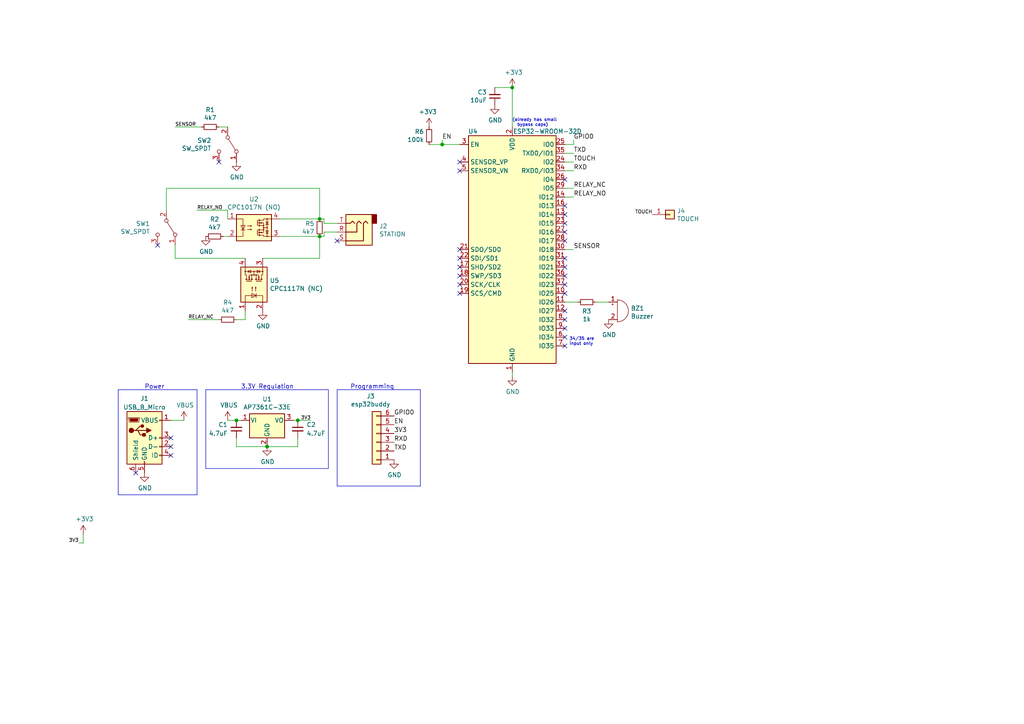
<source format=kicad_sch>
(kicad_sch (version 20230121) (generator eeschema)
  (paper "A4")
  (lib_symbols
    (symbol "Connector:USB_B_Micro" (pin_names (offset 1.016))
      (property "Reference" "J" (at -5.08 11.43 0))
      (property "Value" "USB_B_Micro" (at -5.08 8.89 0))
      (symbol "USB_B_Micro_0_1"
        (rectangle (start -5.08 -7.62) (end 5.08 7.62) (stroke (width 0.254)) (fill (type background)))
        (circle (center -3.81 2.159) (radius 0.635) (stroke (width 0.254)) (fill (type outline)))
        (circle (center -0.635 3.429) (radius 0.381) (stroke (width 0.254)) (fill (type outline)))
        (rectangle (start -0.127 -7.62) (end 0.127 -6.858))
        (polyline (pts (xy -1.905 2.159) (xy 0.635 2.159)) (stroke (width 0.254)))
        (polyline (pts (xy -3.175 2.159) (xy -2.54 2.159) (xy -1.27 3.429) (xy -0.635 3.429)) (stroke (width 0.254)))
        (polyline (pts (xy -2.54 2.159) (xy -1.905 2.159) (xy -1.27 0.889) (xy 0 0.889)) (stroke (width 0.254)))
        (polyline (pts (xy 0.635 2.794) (xy 0.635 1.524) (xy 1.905 2.159) (xy 0.635 2.794)) (stroke (width 0.254)) (fill (type outline)))
        (polyline (pts (xy -4.318 5.588) (xy -1.778 5.588) (xy -2.032 4.826) (xy -4.064 4.826) (xy -4.318 5.588)) (fill (type outline)))
        (polyline (pts (xy -4.699 5.842) (xy -4.699 5.588) (xy -4.445 4.826) (xy -4.445 4.572) (xy -1.651 4.572) (xy -1.651 4.826) (xy -1.397 5.588) (xy -1.397 5.842) (xy -4.699 5.842)))
        (rectangle (start 0.254 1.27) (end -0.508 0.508) (stroke (width 0.254)) (fill (type outline)))
        (rectangle (start 5.08 -5.207) (end 4.318 -4.953))
        (rectangle (start 5.08 -2.667) (end 4.318 -2.413))
        (rectangle (start 5.08 -0.127) (end 4.318 0.127))
        (rectangle (start 5.08 4.953) (end 4.318 5.207))
      )
      (symbol "USB_B_Micro_1_1"
        (pin power_out line (at 7.62 5.08 180) (length 2.54) (name "VBUS") (number "1"))
        (pin bidirectional line (at 7.62 -2.54 180) (length 2.54) (name "D-") (number "2"))
        (pin bidirectional line (at 7.62 0 180) (length 2.54) (name "D+") (number "3"))
        (pin passive line (at 7.62 -5.08 180) (length 2.54) (name "ID") (number "4"))
        (pin power_out line (at 0 -10.16 90) (length 2.54) (name "GND") (number "5"))
        (pin passive line (at -2.54 -10.16 90) (length 2.54) (name "Shield") (number "6"))
      )
    )
    (symbol "Connector_Audio:AudioJack3"
      (property "Reference" "J" (at 0 8.89 0))
      (property "Value" "AudioJack3" (at 0 6.35 0))
      (symbol "AudioJack3_0_1"
        (rectangle (start -5.08 -5.08) (end -6.35 -2.54) (stroke (width 0.254)) (fill (type outline)))
        (polyline (pts (xy 0 -2.54) (xy 0.635 -3.175) (xy 1.27 -2.54) (xy 2.54 -2.54)) (stroke (width 0.254)))
        (polyline (pts (xy -1.905 -2.54) (xy -1.27 -3.175) (xy -0.635 -2.54) (xy -0.635 0) (xy 2.54 0)) (stroke (width 0.254)))
        (polyline (pts (xy 2.54 2.54) (xy -2.54 2.54) (xy -2.54 -2.54) (xy -3.175 -3.175) (xy -3.81 -2.54)) (stroke (width 0.254)))
        (rectangle (start 2.54 3.81) (end -5.08 -5.08) (stroke (width 0.254)) (fill (type background)))
      )
      (symbol "AudioJack3_1_1"
        (pin passive line (at 5.08 0 180) (length 2.54) (name "~") (number "R"))
        (pin passive line (at 5.08 2.54 180) (length 2.54) (name "~") (number "S"))
        (pin passive line (at 5.08 -2.54 180) (length 2.54) (name "~") (number "T"))
      )
    )
    (symbol "Connector_Generic:Conn_01x01" (pin_names (offset 1.016) hide)
      (property "Reference" "J" (at 0 2.54 0))
      (property "Value" "Conn_01x01" (at 0 -2.54 0))
      (symbol "Conn_01x01_1_1"
        (rectangle (start -1.27 0.127) (end 0 -0.127) (stroke (width 0.1524)))
        (rectangle (start -1.27 1.27) (end 1.27 -1.27) (stroke (width 0.254)) (fill (type background)))
        (pin passive line (at -5.08 0 0) (length 3.81) (name "Pin_1") (number "1"))
      )
    )
    (symbol "Connector_Generic:Conn_01x06" (pin_names (offset 1.016) hide)
      (property "Reference" "J" (at 0 7.62 0))
      (property "Value" "Conn_01x06" (at 0 -10.16 0))
      (symbol "Conn_01x06_1_1"
        (rectangle (start -1.27 -7.493) (end 0 -7.747) (stroke (width 0.1524)))
        (rectangle (start -1.27 -4.953) (end 0 -5.207) (stroke (width 0.1524)))
        (rectangle (start -1.27 -2.413) (end 0 -2.667) (stroke (width 0.1524)))
        (rectangle (start -1.27 0.127) (end 0 -0.127) (stroke (width 0.1524)))
        (rectangle (start -1.27 2.667) (end 0 2.413) (stroke (width 0.1524)))
        (rectangle (start -1.27 5.207) (end 0 4.953) (stroke (width 0.1524)))
        (rectangle (start -1.27 6.35) (end 1.27 -8.89) (stroke (width 0.254)) (fill (type background)))
        (pin passive line (at -5.08 5.08 0) (length 3.81) (name "Pin_1") (number "1"))
        (pin passive line (at -5.08 2.54 0) (length 3.81) (name "Pin_2") (number "2"))
        (pin passive line (at -5.08 0 0) (length 3.81) (name "Pin_3") (number "3"))
        (pin passive line (at -5.08 -2.54 0) (length 3.81) (name "Pin_4") (number "4"))
        (pin passive line (at -5.08 -5.08 0) (length 3.81) (name "Pin_5") (number "5"))
        (pin passive line (at -5.08 -7.62 0) (length 3.81) (name "Pin_6") (number "6"))
      )
    )
    (symbol "Device:Buzzer" (pin_names (offset 0.0254) hide)
      (property "Reference" "BZ" (at 3.81 1.27 0))
      (property "Value" "Buzzer" (at 3.81 -1.27 0))
      (symbol "Buzzer_0_1"
        (arc (start 0 -3.175) (mid 3.1612 0) (end 0 3.175))
        (polyline (pts (xy -1.651 1.905) (xy -1.143 1.905)))
        (polyline (pts (xy -1.397 2.159) (xy -1.397 1.651)))
        (polyline (pts (xy 0 3.175) (xy 0 -3.175)))
      )
      (symbol "Buzzer_1_1"
        (pin passive line (at -2.54 2.54 0) (length 2.54) (name "-") (number "1"))
        (pin passive line (at -2.54 -2.54 0) (length 2.54) (name "+") (number "2"))
      )
    )
    (symbol "Device:C_Small" (pin_numbers hide) (pin_names (offset 0.254) hide)
      (property "Reference" "C" (at 0.254 1.778 0))
      (property "Value" "C_Small" (at 0.254 -2.032 0))
      (symbol "C_Small_0_1"
        (polyline (pts (xy -1.524 -0.508) (xy 1.524 -0.508)) (stroke (width 0.3302)))
        (polyline (pts (xy -1.524 0.508) (xy 1.524 0.508)) (stroke (width 0.3048)))
      )
      (symbol "C_Small_1_1"
        (pin passive line (at 0 2.54 270) (length 2.032) (name "~") (number "1"))
        (pin passive line (at 0 -2.54 90) (length 2.032) (name "~") (number "2"))
      )
    )
    (symbol "Device:R_Small" (pin_numbers hide) (pin_names (offset 0.254) hide)
      (property "Reference" "R" (at 0.762 0.508 0))
      (property "Value" "R_Small" (at 0.762 -1.016 0))
      (symbol "R_Small_0_1"
        (rectangle (start -0.762 1.778) (end 0.762 -1.778) (stroke (width 0.2032)))
      )
      (symbol "R_Small_1_1"
        (pin passive line (at 0 2.54 270) (length 0.762) (name "~") (number "1"))
        (pin passive line (at 0 -2.54 90) (length 0.762) (name "~") (number "2"))
      )
    )
    (symbol "RF_Module:ESP32-WROOM-32D"
      (property "Reference" "U" (at -12.7 34.29 0))
      (property "Value" "ESP32-WROOM-32D" (at 1.27 34.29 0))
      (symbol "ESP32-WROOM-32D_0_1"
        (rectangle (start -12.7 33.02) (end 12.7 -33.02) (stroke (width 0.254)) (fill (type background)))
      )
      (symbol "ESP32-WROOM-32D_1_1"
        (pin power_in line (at 0 -35.56 90) (length 2.54) (name "GND") (number "1"))
        (pin bidirectional line (at 15.24 -12.7 180) (length 2.54) (name "IO25") (number "10"))
        (pin bidirectional line (at 15.24 -15.24 180) (length 2.54) (name "IO26") (number "11"))
        (pin bidirectional line (at 15.24 -17.78 180) (length 2.54) (name "IO27") (number "12"))
        (pin bidirectional line (at 15.24 10.16 180) (length 2.54) (name "IO14") (number "13"))
        (pin bidirectional line (at 15.24 15.24 180) (length 2.54) (name "IO12") (number "14"))
        (pin passive line (at 0 -35.56 90) (length 2.54) hide (name "GND") (number "15"))
        (pin bidirectional line (at 15.24 12.7 180) (length 2.54) (name "IO13") (number "16"))
        (pin bidirectional line (at -15.24 -5.08 0) (length 2.54) (name "SHD/SD2") (number "17"))
        (pin bidirectional line (at -15.24 -7.62 0) (length 2.54) (name "SWP/SD3") (number "18"))
        (pin bidirectional line (at -15.24 -12.7 0) (length 2.54) (name "SCS/CMD") (number "19"))
        (pin power_in line (at 0 35.56 270) (length 2.54) (name "VDD") (number "2"))
        (pin bidirectional line (at -15.24 -10.16 0) (length 2.54) (name "SCK/CLK") (number "20"))
        (pin bidirectional line (at -15.24 0 0) (length 2.54) (name "SDO/SD0") (number "21"))
        (pin bidirectional line (at -15.24 -2.54 0) (length 2.54) (name "SDI/SD1") (number "22"))
        (pin bidirectional line (at 15.24 7.62 180) (length 2.54) (name "IO15") (number "23"))
        (pin bidirectional line (at 15.24 25.4 180) (length 2.54) (name "IO2") (number "24"))
        (pin bidirectional line (at 15.24 30.48 180) (length 2.54) (name "IO0") (number "25"))
        (pin bidirectional line (at 15.24 20.32 180) (length 2.54) (name "IO4") (number "26"))
        (pin bidirectional line (at 15.24 5.08 180) (length 2.54) (name "IO16") (number "27"))
        (pin bidirectional line (at 15.24 2.54 180) (length 2.54) (name "IO17") (number "28"))
        (pin bidirectional line (at 15.24 17.78 180) (length 2.54) (name "IO5") (number "29"))
        (pin input line (at -15.24 30.48 0) (length 2.54) (name "EN") (number "3"))
        (pin bidirectional line (at 15.24 0 180) (length 2.54) (name "IO18") (number "30"))
        (pin bidirectional line (at 15.24 -2.54 180) (length 2.54) (name "IO19") (number "31"))
        (pin no_connect line (at -12.7 -27.94 0) (length 2.54) hide (name "NC") (number "32"))
        (pin bidirectional line (at 15.24 -5.08 180) (length 2.54) (name "IO21") (number "33"))
        (pin bidirectional line (at 15.24 22.86 180) (length 2.54) (name "RXD0/IO3") (number "34"))
        (pin bidirectional line (at 15.24 27.94 180) (length 2.54) (name "TXD0/IO1") (number "35"))
        (pin bidirectional line (at 15.24 -7.62 180) (length 2.54) (name "IO22") (number "36"))
        (pin bidirectional line (at 15.24 -10.16 180) (length 2.54) (name "IO23") (number "37"))
        (pin passive line (at 0 -35.56 90) (length 2.54) hide (name "GND") (number "38"))
        (pin passive line (at 0 -35.56 90) (length 2.54) hide (name "GND") (number "39"))
        (pin input line (at -15.24 25.4 0) (length 2.54) (name "SENSOR_VP") (number "4"))
        (pin input line (at -15.24 22.86 0) (length 2.54) (name "SENSOR_VN") (number "5"))
        (pin input line (at 15.24 -25.4 180) (length 2.54) (name "IO34") (number "6"))
        (pin input line (at 15.24 -27.94 180) (length 2.54) (name "IO35") (number "7"))
        (pin bidirectional line (at 15.24 -20.32 180) (length 2.54) (name "IO32") (number "8"))
        (pin bidirectional line (at 15.24 -22.86 180) (length 2.54) (name "IO33") (number "9"))
      )
    )
    (symbol "Regulator_Linear:AP7361C-33E" (pin_names (offset 0.254))
      (property "Reference" "U" (at -3.81 3.175 0))
      (property "Value" "AP7361C-33E" (at 0 3.175 0))
      (symbol "AP7361C-33E_0_1"
        (rectangle (start -5.08 -5.08) (end 5.08 1.905) (stroke (width 0.254)) (fill (type background)))
      )
      (symbol "AP7361C-33E_1_1"
        (pin power_in line (at -7.62 0 0) (length 2.54) (name "VI") (number "1"))
        (pin power_in line (at 0 -7.62 90) (length 2.54) (name "GND") (number "2"))
        (pin power_out line (at 7.62 0 180) (length 2.54) (name "VO") (number "3"))
      )
    )
    (symbol "Relay_SolidState:CPC1017N"
      (property "Reference" "U" (at -5.08 5.08 0))
      (property "Value" "CPC1017N" (at 0 5.08 0))
      (symbol "CPC1017N_0_1"
        (rectangle (start -5.08 3.81) (end 5.08 -3.81) (stroke (width 0.254)) (fill (type background)))
        (polyline (pts (xy -3.81 -0.635) (xy -2.54 -0.635)))
        (polyline (pts (xy 1.016 -0.635) (xy 1.016 -2.159)) (stroke (width 0.2032)))
        (polyline (pts (xy 1.016 2.159) (xy 1.016 0.635)) (stroke (width 0.2032)))
        (polyline (pts (xy 1.524 -0.508) (xy 1.524 -0.762)) (stroke (width 0.3556)))
        (polyline (pts (xy 2.794 0) (xy 3.81 0)))
        (polyline (pts (xy 3.429 -1.651) (xy 4.191 -1.651)))
        (polyline (pts (xy 3.429 1.651) (xy 4.191 1.651)))
        (polyline (pts (xy 3.81 -2.54) (xy 3.81 2.54)))
        (polyline (pts (xy 1.524 -2.032) (xy 1.524 -2.286) (xy 1.524 -2.286)) (stroke (width 0.3556)))
        (polyline (pts (xy 1.524 -1.27) (xy 1.524 -1.524) (xy 1.524 -1.524)) (stroke (width 0.3556)))
        (polyline (pts (xy 1.524 0.762) (xy 1.524 0.508) (xy 1.524 0.508)) (stroke (width 0.3556)))
        (polyline (pts (xy 1.524 1.524) (xy 1.524 1.27) (xy 1.524 1.27)) (stroke (width 0.3556)))
        (polyline (pts (xy 1.524 2.286) (xy 1.524 2.032) (xy 1.524 2.032)) (stroke (width 0.3556)))
        (polyline (pts (xy 1.651 -1.397) (xy 2.794 -1.397) (xy 2.794 -0.635)))
        (polyline (pts (xy 1.651 1.397) (xy 2.794 1.397) (xy 2.794 0.635)))
        (polyline (pts (xy -5.08 2.54) (xy -3.175 2.54) (xy -3.175 -2.54) (xy -5.08 -2.54)))
        (polyline (pts (xy -3.175 -0.635) (xy -3.81 0.635) (xy -2.54 0.635) (xy -3.175 -0.635)))
        (polyline (pts (xy 1.651 -2.159) (xy 2.794 -2.159) (xy 2.794 -2.54) (xy 5.08 -2.54)))
        (polyline (pts (xy 1.651 -0.635) (xy 2.794 -0.635) (xy 2.794 0.635) (xy 1.651 0.635)))
        (polyline (pts (xy 1.651 2.159) (xy 2.794 2.159) (xy 2.794 2.54) (xy 5.08 2.54)))
        (polyline (pts (xy 1.778 -1.397) (xy 2.286 -1.27) (xy 2.286 -1.524) (xy 1.778 -1.397)))
        (polyline (pts (xy 1.778 1.397) (xy 2.286 1.524) (xy 2.286 1.27) (xy 1.778 1.397)))
        (polyline (pts (xy 3.81 -1.651) (xy 3.429 -0.889) (xy 4.191 -0.889) (xy 3.81 -1.651)))
        (polyline (pts (xy 3.81 1.651) (xy 3.429 0.889) (xy 4.191 0.889) (xy 3.81 1.651)))
        (polyline (pts (xy -1.905 -0.508) (xy -0.635 -0.508) (xy -1.016 -0.635) (xy -1.016 -0.381) (xy -0.635 -0.508)))
        (polyline (pts (xy -1.905 0.508) (xy -0.635 0.508) (xy -1.016 0.381) (xy -1.016 0.635) (xy -0.635 0.508)))
        (circle (center 2.794 -0.635) (radius 0.127))
        (circle (center 2.794 0) (radius 0.127))
        (circle (center 2.794 0.635) (radius 0.127))
        (circle (center 3.81 -2.54) (radius 0.127))
        (circle (center 3.81 0) (radius 0.127))
        (circle (center 3.81 2.54) (radius 0.127))
      )
      (symbol "CPC1017N_1_1"
        (pin passive line (at -7.62 2.54 0) (length 2.54) (name "~") (number "1"))
        (pin passive line (at -7.62 -2.54 0) (length 2.54) (name "~") (number "2"))
        (pin passive line (at 7.62 -2.54 180) (length 2.54) (name "~") (number "3"))
        (pin passive line (at 7.62 2.54 180) (length 2.54) (name "~") (number "4"))
      )
    )
    (symbol "Switch:SW_SPDT" (pin_names (offset 0) hide)
      (property "Reference" "SW" (at 0 4.318 0))
      (property "Value" "SW_SPDT" (at 0 -5.08 0))
      (symbol "SW_SPDT_0_0"
        (circle (center -2.032 0) (radius 0.508))
        (circle (center 2.032 -2.54) (radius 0.508))
      )
      (symbol "SW_SPDT_0_1"
        (polyline (pts (xy -1.524 0.254) (xy 1.651 2.286)))
        (circle (center 2.032 2.54) (radius 0.508))
      )
      (symbol "SW_SPDT_1_1"
        (pin passive line (at 5.08 2.54 180) (length 2.54) (name "A") (number "1"))
        (pin passive line (at -5.08 0 0) (length 2.54) (name "B") (number "2"))
        (pin passive line (at 5.08 -2.54 180) (length 2.54) (name "C") (number "3"))
      )
    )
    (symbol "power:+3V3" (power) (pin_names (offset 0))
      (property "Value" "+3V3" (at 0 3.556 0))
      (symbol "+3V3_0_1"
        (polyline (pts (xy -0.762 1.27) (xy 0 2.54)))
        (polyline (pts (xy 0 0) (xy 0 2.54)))
        (polyline (pts (xy 0 2.54) (xy 0.762 1.27)))
      )
      (symbol "+3V3_1_1"
        (pin power_in line (at 0 0 90) (length 0) hide (name "+3V3") (number "1"))
      )
    )
    (symbol "power:GND" (power) (pin_names (offset 0))
      (property "Value" "GND" (at 0 -3.81 0))
      (symbol "GND_0_1"
        (polyline (pts (xy 0 0) (xy 0 -1.27) (xy 1.27 -1.27) (xy 0 -2.54) (xy -1.27 -1.27) (xy 0 -1.27)))
      )
      (symbol "GND_1_1"
        (pin power_in line (at 0 0 270) (length 0) hide (name "GND") (number "1"))
      )
    )
    (symbol "power:VBUS" (power) (pin_names (offset 0))
      (property "Value" "VBUS" (at 0 3.81 0))
      (symbol "VBUS_0_1"
        (polyline (pts (xy -0.762 1.27) (xy 0 2.54)))
        (polyline (pts (xy 0 0) (xy 0 2.54)))
        (polyline (pts (xy 0 2.54) (xy 0.762 1.27)))
      )
      (symbol "VBUS_1_1"
        (pin power_in line (at 0 0 90) (length 0) hide (name "VBUS") (number "1"))
      )
    )
  )
  (junction (at 92.71 63.5))
  (junction (at 86.36 121.92))
  (junction (at 68.58 121.92))
  (junction (at 148.59 25.4))
  (junction (at 77.47 129.54))
  (junction (at 92.71 68.58))
  (junction (at 128.27 41.91))
  (no_connect (at 49.53 129.54))
  (no_connect (at 133.35 77.47))
  (no_connect (at 163.83 74.93))
  (no_connect (at 133.35 74.93))
  (no_connect (at 163.83 69.85))
  (no_connect (at 163.83 82.55))
  (no_connect (at 133.35 80.01))
  (no_connect (at 163.83 77.47))
  (no_connect (at 133.35 46.99))
  (no_connect (at 49.53 127))
  (no_connect (at 163.83 95.25))
  (no_connect (at 163.83 92.71))
  (no_connect (at 163.83 52.07))
  (no_connect (at 163.83 59.69))
  (no_connect (at 133.35 85.09))
  (no_connect (at 133.35 49.53))
  (no_connect (at 133.35 82.55))
  (no_connect (at 163.83 85.09))
  (no_connect (at 163.83 64.77))
  (no_connect (at 133.35 72.39))
  (no_connect (at 97.79 69.85))
  (no_connect (at 163.83 100.33))
  (no_connect (at 163.83 90.17))
  (no_connect (at 39.37 137.16))
  (no_connect (at 163.83 67.31))
  (no_connect (at 163.83 62.23))
  (no_connect (at 49.53 132.08))
  (no_connect (at 163.83 80.01))
  (no_connect (at 45.72 71.12))
  (no_connect (at 163.83 97.79))
  (no_connect (at 63.5 46.99))
  (wire (pts (xy 163.83 54.61) (xy 166.37 54.61)))
  (wire (pts (xy 163.83 72.39) (xy 166.37 72.39)))
  (wire (pts (xy 71.12 90.17) (xy 71.12 92.71)))
  (polyline (pts (xy 95.25 135.89) (xy 59.69 135.89)))
  (polyline (pts (xy 57.15 143.51) (xy 34.29 143.51)))
  (wire (pts (xy 128.27 41.91) (xy 133.35 41.91)))
  (wire (pts (xy 50.8 74.93) (xy 71.12 74.93)))
  (wire (pts (xy 68.58 127) (xy 68.58 129.54)))
  (wire (pts (xy 166.37 40.64) (xy 166.37 41.91)))
  (wire (pts (xy 24.13 157.48) (xy 24.13 154.94)))
  (wire (pts (xy 68.58 121.92) (xy 69.85 121.92)))
  (wire (pts (xy 93.98 64.77) (xy 93.98 63.5)))
  (wire (pts (xy 92.71 63.5) (xy 92.71 54.61)))
  (polyline (pts (xy 59.69 113.03) (xy 95.25 113.03)))
  (wire (pts (xy 93.98 68.58) (xy 92.71 68.58)))
  (polyline (pts (xy 121.92 113.03) (xy 97.79 113.03)))
  (wire (pts (xy 50.8 74.93) (xy 50.8 71.12)))
  (wire (pts (xy 86.36 121.92) (xy 90.17 121.92)))
  (wire (pts (xy 97.79 67.31) (xy 93.98 67.31)))
  (polyline (pts (xy 97.79 140.97) (xy 121.92 140.97)))
  (wire (pts (xy 71.12 92.71) (xy 68.58 92.71)))
  (wire (pts (xy 124.46 41.91) (xy 128.27 41.91)))
  (wire (pts (xy 86.36 129.54) (xy 77.47 129.54)))
  (wire (pts (xy 166.37 49.53) (xy 163.83 49.53)))
  (wire (pts (xy 66.04 63.5) (xy 66.04 60.96)))
  (wire (pts (xy 58.42 36.83) (xy 50.8 36.83)))
  (polyline (pts (xy 97.79 113.03) (xy 97.79 140.97)))
  (wire (pts (xy 66.04 121.92) (xy 68.58 121.92)))
  (wire (pts (xy 81.28 68.58) (xy 92.71 68.58)))
  (wire (pts (xy 93.98 64.77) (xy 97.79 64.77)))
  (wire (pts (xy 148.59 25.4) (xy 148.59 36.83)))
  (wire (pts (xy 163.83 44.45) (xy 166.37 44.45)))
  (polyline (pts (xy 34.29 143.51) (xy 34.29 113.03)))
  (wire (pts (xy 66.04 68.58) (xy 64.77 68.58)))
  (wire (pts (xy 148.59 107.95) (xy 148.59 109.22)))
  (wire (pts (xy 77.47 129.54) (xy 68.58 129.54)))
  (wire (pts (xy 22.86 157.48) (xy 24.13 157.48)))
  (wire (pts (xy 163.83 87.63) (xy 167.64 87.63)))
  (polyline (pts (xy 121.92 113.03) (xy 121.92 140.97)))
  (wire (pts (xy 86.36 127) (xy 86.36 129.54)))
  (wire (pts (xy 92.71 68.58) (xy 92.71 74.93)))
  (wire (pts (xy 48.26 54.61) (xy 48.26 60.96)))
  (wire (pts (xy 163.83 57.15) (xy 166.37 57.15)))
  (wire (pts (xy 85.09 121.92) (xy 86.36 121.92)))
  (wire (pts (xy 63.5 92.71) (xy 54.61 92.71)))
  (wire (pts (xy 93.98 67.31) (xy 93.98 68.58)))
  (wire (pts (xy 172.72 87.63) (xy 176.53 87.63)))
  (polyline (pts (xy 57.15 113.03) (xy 57.15 143.51)))
  (wire (pts (xy 48.26 54.61) (xy 92.71 54.61)))
  (polyline (pts (xy 95.25 113.03) (xy 95.25 135.89)))
  (wire (pts (xy 93.98 63.5) (xy 92.71 63.5)))
  (wire (pts (xy 81.28 63.5) (xy 92.71 63.5)))
  (polyline (pts (xy 34.29 113.03) (xy 57.15 113.03)))
  (wire (pts (xy 143.51 25.4) (xy 148.59 25.4)))
  (wire (pts (xy 92.71 74.93) (xy 76.2 74.93)))
  (polyline (pts (xy 59.69 135.89) (xy 59.69 113.03)))
  (wire (pts (xy 53.34 121.92) (xy 49.53 121.92)))
  (wire (pts (xy 166.37 46.99) (xy 163.83 46.99)))
  (wire (pts (xy 128.27 41.91) (xy 128.27 40.64)))
  (wire (pts (xy 66.04 60.96) (xy 57.15 60.96)))
  (wire (pts (xy 163.83 41.91) (xy 166.37 41.91)))
  (wire (pts (xy 66.04 36.83) (xy 63.5 36.83)))
  (text "Programming" (at 101.6 113.03 0) (effects (font (size 1.27 1.27)) (justify left bottom)))
  (text "Power" (at 41.91 113.03 0) (effects (font (size 1.27 1.27)) (justify left bottom)))
  (text "3.3V Regulation" (at 69.85 113.03 0) (effects (font (size 1.27 1.27)) (justify left bottom)))
  (text "34/35 are\ninput only" (at 165.1 100.33 0) (effects (font (size 0.889 0.889)) (justify left bottom)))
  (text "(already has small \n  bypass caps)" (at 148.59 36.83 0) (effects (font (size 0.889 0.889)) (justify left bottom)))
  (label "TOUCH" (at 166.37 46.99 0))
  (label "TXD" (at 114.3 130.81 0))
  (label "RELAY_NO" (at 57.15 60.96 0) (effects (font (size 0.9906 0.9906))))
  (label "EN" (at 114.3 123.19 0))
  (label "RELAY_NC" (at 166.37 54.61 0))
  (label "SENSOR" (at 166.37 72.39 0))
  (label "SENSOR" (at 50.8 36.83 0) (effects (font (size 0.9906 0.9906))))
  (label "3V3" (at 22.86 157.48 180) (effects (font (size 0.9906 0.9906))))
  (label "RELAY_NO" (at 166.37 57.15 0))
  (label "EN" (at 128.27 40.64 0))
  (label "RXD" (at 114.3 128.27 0))
  (label "3V3" (at 90.17 121.92 180) (effects (font (size 0.9906 0.9906))))
  (label "GPIO0" (at 114.3 120.65 0))
  (label "TXD" (at 166.37 44.45 0))
  (label "3V3" (at 114.3 125.73 0))
  (label "RXD" (at 166.37 49.53 0))
  (label "TOUCH" (at 189.23 62.23 180) (effects (font (size 0.9906 0.9906))))
  (label "GPIO0" (at 166.37 40.64 0))
  (label "RELAY_NC" (at 54.61 92.71 0) (effects (font (size 0.9906 0.9906))))
  (symbol (lib_id "Regulator_Linear:AP7361C-33E") (at 77.47 121.92 0) (unit 1)
    (property "Reference" "U1" (at 77.47 115.7732 0))
    (property "Value" "AP7361C-33E" (at 77.47 118.0846 0))
    (property "Footprint" "Package_TO_SOT_SMD:SOT-223-3_TabPin2" (effects hide))
    (property "Datasheet" "https://www.diodes.com/assets/Datasheets/AP7361C.pdf" (effects hide))
  )
  (symbol (lib_id "power:GND") (at 77.47 129.54 0) (unit 1)
    (property "Reference" "#PWR03" (effects hide))
    (property "Value" "GND" (at 77.597 133.9342 0))
  )
  (symbol (lib_id "Device:C_Small") (at 68.58 124.46 180) (unit 1)
    (property "Reference" "C1" (at 66.04 123.19 0) (effects (justify left)))
    (property "Value" "4.7uF" (at 66.04 125.73 0) (effects (justify left)))
    (property "Footprint" "Capacitor_SMD:C_1206_3216Metric" (effects hide))
  )
  (symbol (lib_id "Device:C_Small") (at 86.36 124.46 0) (unit 1)
    (property "Reference" "C2" (at 88.9 123.19 0) (effects (justify left)))
    (property "Value" "4.7uF" (at 88.9 125.73 0) (effects (justify left)))
    (property "Footprint" "Capacitor_SMD:C_1206_3216Metric" (effects hide))
  )
  (symbol (lib_id "RF_Module:ESP32-WROOM-32D") (at 148.59 72.39 0) (unit 1)
    (property "Reference" "U4" (at 137.16 38.1 0))
    (property "Value" "ESP32-WROOM-32D" (at 158.75 38.1 0))
    (property "Footprint" "RF_Module:ESP32-WROOM-32" (effects hide))
    (property "Datasheet" "https://www.espressif.com/sites/default/files/documentation/esp32-wroom-32d_esp32-wroom-32u_datasheet_en.pdf" (effects hide))
  )
  (symbol (lib_id "power:+3V3") (at 148.59 25.4 0) (unit 1)
    (property "Reference" "#PWR015" (effects hide))
    (property "Value" "+3V3" (at 148.971 21.0058 0))
  )
  (symbol (lib_id "power:GND") (at 148.59 109.22 0) (unit 1)
    (property "Reference" "#PWR016" (effects hide))
    (property "Value" "GND" (at 148.717 113.6142 0))
  )
  (symbol (lib_id "power:+3V3") (at 124.46 36.83 0) (mirror y) (unit 1)
    (property "Reference" "#PWR012" (effects hide))
    (property "Value" "+3V3" (at 124.079 32.4358 0))
  )
  (symbol (lib_id "Device:C_Small") (at 143.51 27.94 0) (mirror x) (unit 1)
    (property "Reference" "C3" (at 141.1986 26.7716 0) (effects (justify right)))
    (property "Value" "10uF" (at 141.1986 29.083 0) (effects (justify right)))
    (property "Footprint" "Capacitor_SMD:C_1206_3216Metric" (effects hide))
  )
  (symbol (lib_id "power:GND") (at 143.51 30.48 0) (unit 1)
    (property "Reference" "#PWR014" (effects hide))
    (property "Value" "GND" (at 143.637 34.8742 0))
  )
  (symbol (lib_id "Relay_SolidState:CPC1017N") (at 73.66 66.04 0) (unit 1)
    (property "Reference" "U2" (at 73.66 57.785 0))
    (property "Value" "CPC1017N (NO)" (at 73.66 60.0964 0))
    (property "Footprint" "Package_SO:SOP-4_3.8x4.1mm_P2.54mm" (effects hide))
    (property "Datasheet" "http://www.ixysic.com/home/pdfs.nsf/www/CPC1017N.pdf/$file/CPC1017N.pdf" (effects hide))
  )
  (symbol (lib_id "Connector_Audio:AudioJack3") (at 102.87 67.31 180) (unit 1)
    (property "Reference" "J2" (at 109.982 65.6082 0) (effects (justify right)))
    (property "Value" "STATION" (at 109.982 67.9196 0) (effects (justify right)))
    (property "Footprint" "Connector_Audio:Jack_3.5mm_CUI_SJ-3523-SMT_Horizontal" (effects hide))
  )
  (symbol (lib_id "Relay_SolidState:CPC1017N") (at 73.66 82.55 90) (unit 1)
    (property "Reference" "U5" (at 78.232 81.3816 90) (effects (justify right)))
    (property "Value" "CPC1117N (NC)" (at 78.232 83.693 90) (effects (justify right)))
    (property "Footprint" "Package_SO:SOP-4_3.8x4.1mm_P2.54mm" (effects hide))
    (property "Datasheet" "http://www.ixysic.com/home/pdfs.nsf/www/CPC1017N.pdf/$file/CPC1017N.pdf" (effects hide))
  )
  (symbol (lib_id "power:GND") (at 76.2 90.17 0) (unit 1)
    (property "Reference" "#PWR0101" (effects hide))
    (property "Value" "GND" (at 76.327 94.5642 0))
  )
  (symbol (lib_id "Connector:USB_B_Micro") (at 41.91 127 0) (unit 1)
    (property "Reference" "J1" (at 41.91 115.57 0))
    (property "Value" "USB_B_Micro" (at 41.91 118.11 0))
    (property "Footprint" "Connector_USB:USB_Micro-B_Molex-105133-0001" (effects hide))
  )
  (symbol (lib_id "power:VBUS") (at 53.34 121.92 0) (unit 1)
    (property "Reference" "#PWR04" (effects hide))
    (property "Value" "VBUS" (at 53.721 117.5258 0))
  )
  (symbol (lib_id "power:GND") (at 41.91 137.16 0) (unit 1)
    (property "Reference" "#PWR02" (effects hide))
    (property "Value" "GND" (at 42.037 141.5542 0))
  )
  (symbol (lib_id "power:VBUS") (at 66.04 121.92 0) (unit 1)
    (property "Reference" "#PWR01" (effects hide))
    (property "Value" "VBUS" (at 66.421 117.5258 0))
  )
  (symbol (lib_id "power:+3V3") (at 24.13 154.94 0) (unit 1)
    (property "Reference" "#PWR013" (effects hide))
    (property "Value" "+3V3" (at 24.511 150.5458 0))
  )
  (symbol (lib_id "power:GND") (at 68.58 46.99 0) (unit 1)
    (property "Reference" "#PWR0102" (effects hide))
    (property "Value" "GND" (at 68.707 51.3842 0))
  )
  (symbol (lib_id "Device:R_Small") (at 92.71 66.04 0) (mirror x) (unit 1)
    (property "Reference" "R5" (at 91.2114 64.8716 0) (effects (justify right)))
    (property "Value" "4k7" (at 91.2114 67.183 0) (effects (justify right)))
    (property "Footprint" "Resistor_SMD:R_1206_3216Metric" (effects hide))
  )
  (symbol (lib_id "power:GND") (at 59.69 68.58 0) (unit 1)
    (property "Reference" "#PWR0103" (effects hide))
    (property "Value" "GND" (at 59.817 72.9742 0))
  )
  (symbol (lib_id "Device:R_Small") (at 62.23 68.58 90) (mirror x) (unit 1)
    (property "Reference" "R2" (at 62.23 63.6016 90))
    (property "Value" "4k7" (at 62.23 65.913 90))
    (property "Footprint" "Resistor_SMD:R_1206_3216Metric" (effects hide))
  )
  (symbol (lib_id "Device:R_Small") (at 66.04 92.71 90) (mirror x) (unit 1)
    (property "Reference" "R4" (at 66.04 87.7316 90))
    (property "Value" "4k7" (at 66.04 90.043 90))
    (property "Footprint" "Resistor_SMD:R_1206_3216Metric" (effects hide))
  )
  (symbol (lib_id "Device:R_Small") (at 60.96 36.83 90) (mirror x) (unit 1)
    (property "Reference" "R1" (at 60.96 31.8516 90))
    (property "Value" "4k7" (at 60.96 34.163 90))
    (property "Footprint" "Resistor_SMD:R_1206_3216Metric" (effects hide))
  )
  (symbol (lib_id "Switch:SW_SPDT") (at 48.26 66.04 270) (unit 1)
    (property "Reference" "SW1" (at 43.5102 64.8716 90) (effects (justify right)))
    (property "Value" "SW_SPDT" (at 43.5102 67.183 90) (effects (justify right)))
    (property "Footprint" "!Custom:OMRON_SS-01-E" (effects hide))
  )
  (symbol (lib_id "Switch:SW_SPDT") (at 66.04 41.91 270) (unit 1)
    (property "Reference" "SW2" (at 61.2902 40.7416 90) (effects (justify right)))
    (property "Value" "SW_SPDT" (at 61.2902 43.053 90) (effects (justify right)))
    (property "Footprint" "!Custom:OMRON_SS-01-E" (effects hide))
  )
  (symbol (lib_id "Device:Buzzer") (at 179.07 90.17 0) (unit 1)
    (property "Reference" "BZ1" (at 182.9562 89.4334 0) (effects (justify left)))
    (property "Value" "Buzzer" (at 182.9562 91.7448 0) (effects (justify left)))
    (property "Footprint" "Buzzer_Beeper:Buzzer_CUI_CPT-9019S-SMT" (effects hide))
  )
  (symbol (lib_id "power:GND") (at 176.53 92.71 0) (unit 1)
    (property "Reference" "#PWR06" (effects hide))
    (property "Value" "GND" (at 176.657 97.1042 0))
  )
  (symbol (lib_id "Device:R_Small") (at 170.18 87.63 270) (unit 1)
    (property "Reference" "R3" (at 170.18 90.2716 90))
    (property "Value" "1k" (at 170.18 92.583 90))
    (property "Footprint" "Resistor_SMD:R_1206_3216Metric" (effects hide))
  )
  (symbol (lib_id "Connector_Generic:Conn_01x01") (at 194.31 62.23 0) (unit 1)
    (property "Reference" "J4" (at 196.342 61.1632 0) (effects (justify left)))
    (property "Value" "TOUCH" (at 196.342 63.4746 0) (effects (justify left)))
    (property "Footprint" "Connector_PinHeader_2.54mm:PinHeader_1x01_P2.54mm_Vertical" (effects hide))
  )
  (symbol (lib_id "Connector_Generic:Conn_01x06") (at 109.22 128.27 180) (unit 1)
    (property "Reference" "J3" (at 107.4928 114.935 0))
    (property "Value" "esp32buddy" (at 107.4928 117.2464 0))
    (property "Footprint" "!Greg:PinHeader_1x06_P2.54mm_Vertical" (effects hide))
  )
  (symbol (lib_id "power:GND") (at 114.3 133.35 0) (unit 1)
    (property "Reference" "#PWR08" (effects hide))
    (property "Value" "GND" (at 114.427 137.7442 0))
  )
  (symbol (lib_id "Device:R_Small") (at 124.46 39.37 0) (mirror x) (unit 1)
    (property "Reference" "R6" (at 122.9868 38.2016 0) (effects (justify right)))
    (property "Value" "100k" (at 122.9868 40.513 0) (effects (justify right)))
    (property "Footprint" "Resistor_SMD:R_1206_3216Metric" (effects hide))
  )
)
</source>
